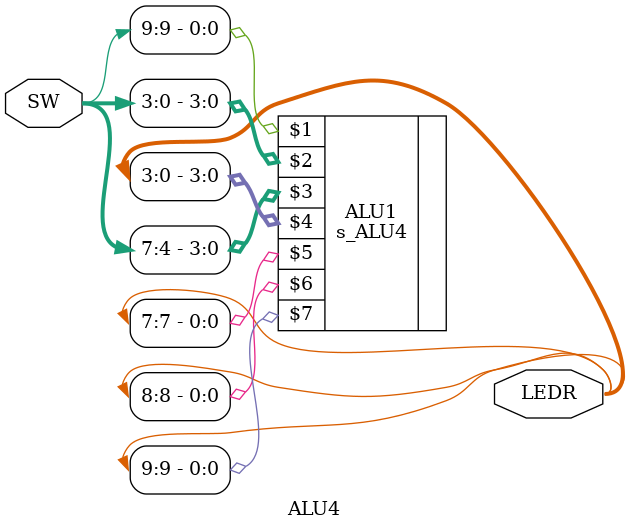
<source format=v>


module ALU4(

	//////////// SW //////////
	input 		     [9:0]		SW,

	//////////// LED //////////
	output		     [9:0]		LEDR
);



//=======================================================
//  REG/WIRE declarations
//=======================================================

s_ALU4 ALU1(SW[9], SW[3:0], SW[7:4], LEDR[3:0], LEDR[7], LEDR[8], LEDR[9]);


//=======================================================
//  Structural coding
//=======================================================



endmodule

</source>
